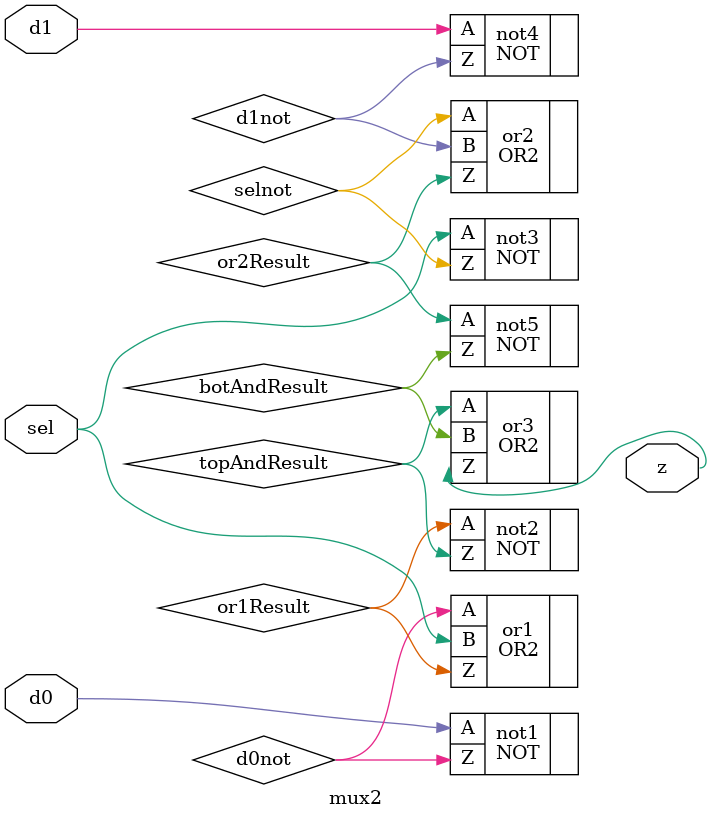
<source format=sv>
module mux2 (
    input logic d0,          // Data input 0
    input logic d1,          // Data input 1
    input logic sel,         // Select input
    output logic z           // Output
);

// Put your code here
// ------------------
logic d0not;
logic or1result;
logic topandresult;
logic d1not;
logic selnot;
logic or2Result;
logic botAndResult;
NOT #(.Tpdlh(10),.Tpdhl(5)) not1 (.A(d0),.Z(d0not));
OR2 #(.Tpdlh(8),.Tpdhl(1)) or1 (.A(d0not),.B(sel),.Z(or1Result));
NOT #(.Tpdlh(10),.Tpdhl(5)) not2 (.A(or1Result),.Z(topAndResult));
NOT #(.Tpdlh(10),.Tpdhl(5)) not3 (.A(sel),.Z(selnot));
NOT #(.Tpdlh(10),.Tpdhl(5)) not4 (.A(d1),.Z(d1not));
OR2 #(.Tpdlh(8),.Tpdhl(1)) or2 (.A(selnot),.B(d1not),.Z(or2Result));
NOT #(.Tpdlh(10),.Tpdhl(5)) not5 (.A(or2Result),.Z(botAndResult));
OR2 #(.Tpdlh(8),.Tpdhl(1)) or3 (.A(topAndResult),.B(botAndResult),.Z(z));

// End of your code

endmodule

</source>
